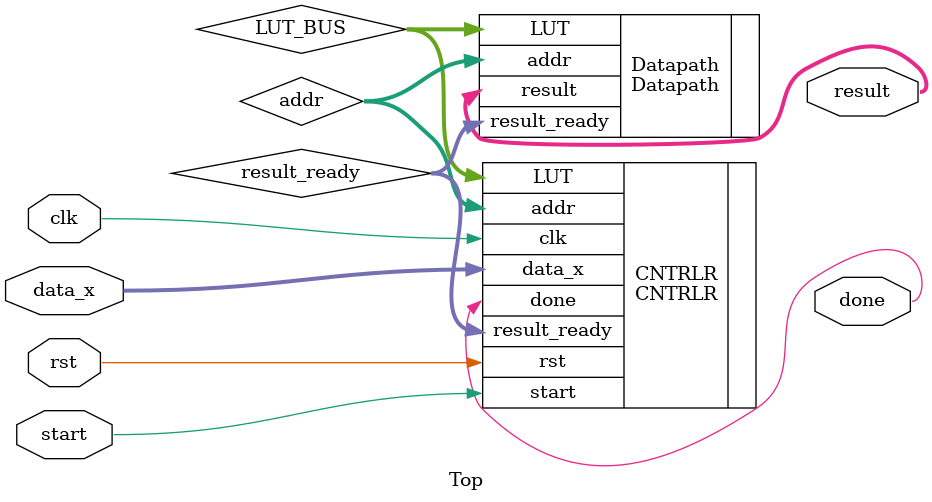
<source format=v>
`timescale 1ns/1ps
/*
Jonathan Lopez
ECE 5722 Fall 2023 WPI
Final Exam Question # 1
Simualtor: Siemens (Mentor Graphics) Questa Intel FPGA Starter Editon 2021.2
Top Moduel for Tanh(x)
*/
module Top (
    input clk,
    input rst,
    input [16:0] data_x,
    input start,
    output done,
    output [31:0] result
);

wire [2:0] addr;
wire [16:0] LUT_BUS;
wire [31:0] result_ready;

CNTRLR CNTRLR(
    .clk(clk),
    .rst(rst),
    .start(start),
    .LUT(LUT_BUS),
    .data_x(data_x),
    .addr(addr),
    .done(done),
    .result_ready(result_ready)
);

Datapath Datapath(
    .addr(addr),
    .result_ready(result_ready),
    .LUT(LUT_BUS),
    .result(result)
);

endmodule
</source>
